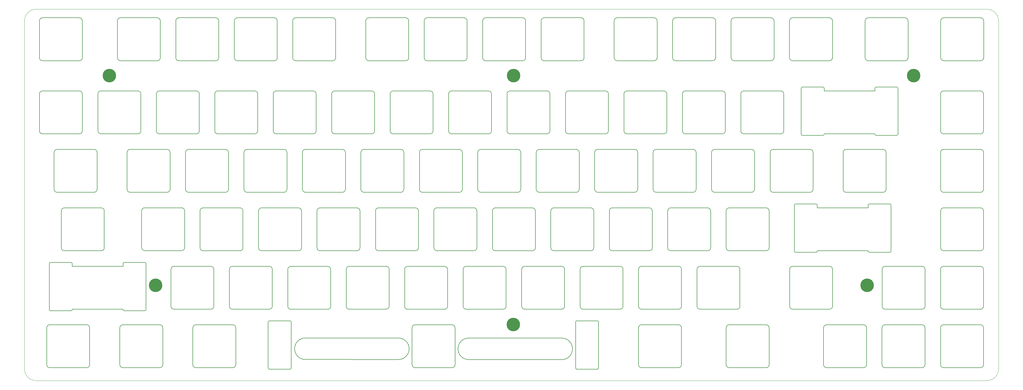
<source format=gbr>
%TF.GenerationSoftware,KiCad,Pcbnew,(5.1.10)-1*%
%TF.CreationDate,2021-06-02T05:44:33-04:00*%
%TF.ProjectId,pi75-plate,70693735-2d70-46c6-9174-652e6b696361,rev?*%
%TF.SameCoordinates,Original*%
%TF.FileFunction,Copper,L2,Bot*%
%TF.FilePolarity,Positive*%
%FSLAX46Y46*%
G04 Gerber Fmt 4.6, Leading zero omitted, Abs format (unit mm)*
G04 Created by KiCad (PCBNEW (5.1.10)-1) date 2021-06-02 05:44:33*
%MOMM*%
%LPD*%
G01*
G04 APERTURE LIST*
%TA.AperFunction,Profile*%
%ADD10C,0.050000*%
%TD*%
%TA.AperFunction,Profile*%
%ADD11C,0.200000*%
%TD*%
%TA.AperFunction,ComponentPad*%
%ADD12C,4.400000*%
%TD*%
G04 APERTURE END LIST*
D10*
X301625000Y-43218100D02*
X301625000Y-156629100D01*
X297815000Y-39408100D02*
X-12052300Y-39408100D01*
X-12052300Y-160439100D02*
G75*
G02*
X-15862300Y-156629100I0J3810000D01*
G01*
X297815000Y-39408100D02*
G75*
G02*
X301625000Y-43218100I0J-3810000D01*
G01*
X301625000Y-156629100D02*
G75*
G02*
X297815000Y-160439100I-3810000J0D01*
G01*
X-15862300Y-43218100D02*
G75*
G02*
X-12052300Y-39408100I3810000J0D01*
G01*
X-15862300Y-43218100D02*
X-15862300Y-156629100D01*
X297815000Y-160439100D02*
X-12052300Y-160439100D01*
D11*
X5405400Y-155227301D02*
G75*
G02*
X4405400Y-156227301I-1000000J0D01*
G01*
X-8594600Y-143227300D02*
G75*
G02*
X-7594600Y-142227300I1000000J0D01*
G01*
X-7594600Y-156227301D02*
G75*
G02*
X-8594600Y-155227301I0J1000000D01*
G01*
X-7594600Y-142227301D02*
X4405400Y-142227301D01*
X-8594600Y-143227300D02*
X-8594600Y-155227301D01*
X-7594600Y-156227300D02*
X4405400Y-156227300D01*
X4405400Y-142227300D02*
G75*
G02*
X5405400Y-143227300I0J-1000000D01*
G01*
X5405400Y-143227300D02*
X5405400Y-155227301D01*
X29230600Y-155227301D02*
G75*
G02*
X28230600Y-156227301I-1000000J0D01*
G01*
X15230600Y-143227300D02*
G75*
G02*
X16230600Y-142227300I1000000J0D01*
G01*
X16230600Y-156227301D02*
G75*
G02*
X15230600Y-155227301I0J1000000D01*
G01*
X16230600Y-142227301D02*
X28230600Y-142227301D01*
X15230600Y-143227300D02*
X15230600Y-155227301D01*
X16230600Y-156227300D02*
X28230600Y-156227300D01*
X28230600Y-142227300D02*
G75*
G02*
X29230600Y-143227300I0J-1000000D01*
G01*
X29230600Y-143227300D02*
X29230600Y-155227301D01*
X53030400Y-155227301D02*
G75*
G02*
X52030400Y-156227301I-1000000J0D01*
G01*
X39030400Y-143227300D02*
G75*
G02*
X40030400Y-142227300I1000000J0D01*
G01*
X40030400Y-156227301D02*
G75*
G02*
X39030400Y-155227301I0J1000000D01*
G01*
X40030400Y-142227301D02*
X52030400Y-142227301D01*
X39030400Y-143227300D02*
X39030400Y-155227301D01*
X40030400Y-156227300D02*
X52030400Y-156227300D01*
X52030400Y-142227300D02*
G75*
G02*
X53030400Y-143227300I0J-1000000D01*
G01*
X53030400Y-143227300D02*
X53030400Y-155227301D01*
X124480600Y-155227301D02*
G75*
G02*
X123480600Y-156227301I-1000000J0D01*
G01*
X110480600Y-143227300D02*
G75*
G02*
X111480600Y-142227300I1000000J0D01*
G01*
X111480600Y-156227301D02*
G75*
G02*
X110480600Y-155227301I0J1000000D01*
G01*
X111480600Y-142227301D02*
X123480600Y-142227301D01*
X110480600Y-143227300D02*
X110480600Y-155227301D01*
X111480600Y-156227300D02*
X123480600Y-156227300D01*
X123480600Y-142227300D02*
G75*
G02*
X124480600Y-143227300I0J-1000000D01*
G01*
X124480600Y-143227300D02*
X124480600Y-155227301D01*
X198267600Y-155227301D02*
G75*
G02*
X197267600Y-156227301I-1000000J0D01*
G01*
X184267600Y-143227300D02*
G75*
G02*
X185267600Y-142227300I1000000J0D01*
G01*
X185267600Y-156227301D02*
G75*
G02*
X184267600Y-155227301I0J1000000D01*
G01*
X185267600Y-142227301D02*
X197267600Y-142227301D01*
X184267600Y-143227300D02*
X184267600Y-155227301D01*
X185267600Y-156227300D02*
X197267600Y-156227300D01*
X197267600Y-142227300D02*
G75*
G02*
X198267600Y-143227300I0J-1000000D01*
G01*
X198267600Y-143227300D02*
X198267600Y-155227301D01*
X226842600Y-155227301D02*
G75*
G02*
X225842600Y-156227301I-1000000J0D01*
G01*
X212842600Y-143227300D02*
G75*
G02*
X213842600Y-142227300I1000000J0D01*
G01*
X213842600Y-156227301D02*
G75*
G02*
X212842600Y-155227301I0J1000000D01*
G01*
X213842600Y-142227301D02*
X225842600Y-142227301D01*
X212842600Y-143227300D02*
X212842600Y-155227301D01*
X213842600Y-156227300D02*
X225842600Y-156227300D01*
X225842600Y-142227300D02*
G75*
G02*
X226842600Y-143227300I0J-1000000D01*
G01*
X226842600Y-143227300D02*
X226842600Y-155227301D01*
X258592600Y-155227301D02*
G75*
G02*
X257592600Y-156227301I-1000000J0D01*
G01*
X244592600Y-143227300D02*
G75*
G02*
X245592600Y-142227300I1000000J0D01*
G01*
X245592600Y-156227301D02*
G75*
G02*
X244592600Y-155227301I0J1000000D01*
G01*
X245592600Y-142227301D02*
X257592600Y-142227301D01*
X244592600Y-143227300D02*
X244592600Y-155227301D01*
X245592600Y-156227300D02*
X257592600Y-156227300D01*
X257592600Y-142227300D02*
G75*
G02*
X258592600Y-143227300I0J-1000000D01*
G01*
X258592600Y-143227300D02*
X258592600Y-155227301D01*
X277642600Y-155227301D02*
G75*
G02*
X276642600Y-156227301I-1000000J0D01*
G01*
X263642600Y-143227300D02*
G75*
G02*
X264642600Y-142227300I1000000J0D01*
G01*
X264642600Y-156227301D02*
G75*
G02*
X263642600Y-155227301I0J1000000D01*
G01*
X264642600Y-142227301D02*
X276642600Y-142227301D01*
X263642600Y-143227300D02*
X263642600Y-155227301D01*
X264642600Y-156227300D02*
X276642600Y-156227300D01*
X276642600Y-142227300D02*
G75*
G02*
X277642600Y-143227300I0J-1000000D01*
G01*
X277642600Y-143227300D02*
X277642600Y-155227301D01*
X296718000Y-155227301D02*
G75*
G02*
X295718000Y-156227301I-1000000J0D01*
G01*
X282718000Y-143227300D02*
G75*
G02*
X283718000Y-142227300I1000000J0D01*
G01*
X283718000Y-156227301D02*
G75*
G02*
X282718000Y-155227301I0J1000000D01*
G01*
X283718000Y-142227301D02*
X295718000Y-142227301D01*
X282718000Y-143227300D02*
X282718000Y-155227301D01*
X283718000Y-156227300D02*
X295718000Y-156227300D01*
X295718000Y-142227300D02*
G75*
G02*
X296718000Y-143227300I0J-1000000D01*
G01*
X296718000Y-143227300D02*
X296718000Y-155227301D01*
X296718000Y-136177301D02*
G75*
G02*
X295718000Y-137177301I-1000000J0D01*
G01*
X282718000Y-124177300D02*
G75*
G02*
X283718000Y-123177300I1000000J0D01*
G01*
X283718000Y-137177301D02*
G75*
G02*
X282718000Y-136177301I0J1000000D01*
G01*
X283718000Y-123177301D02*
X295718000Y-123177301D01*
X282718000Y-124177300D02*
X282718000Y-136177301D01*
X283718000Y-137177300D02*
X295718000Y-137177300D01*
X295718000Y-123177300D02*
G75*
G02*
X296718000Y-124177300I0J-1000000D01*
G01*
X296718000Y-124177300D02*
X296718000Y-136177301D01*
X277668000Y-136177301D02*
G75*
G02*
X276668000Y-137177301I-1000000J0D01*
G01*
X263668000Y-124177300D02*
G75*
G02*
X264668000Y-123177300I1000000J0D01*
G01*
X264668000Y-137177301D02*
G75*
G02*
X263668000Y-136177301I0J1000000D01*
G01*
X264668000Y-123177301D02*
X276668000Y-123177301D01*
X263668000Y-124177300D02*
X263668000Y-136177301D01*
X264668000Y-137177300D02*
X276668000Y-137177300D01*
X276668000Y-123177300D02*
G75*
G02*
X277668000Y-124177300I0J-1000000D01*
G01*
X277668000Y-124177300D02*
X277668000Y-136177301D01*
X247518200Y-136177301D02*
G75*
G02*
X246518200Y-137177301I-1000000J0D01*
G01*
X233518200Y-124177300D02*
G75*
G02*
X234518200Y-123177300I1000000J0D01*
G01*
X234518200Y-137177301D02*
G75*
G02*
X233518200Y-136177301I0J1000000D01*
G01*
X234518200Y-123177301D02*
X246518200Y-123177301D01*
X233518200Y-124177300D02*
X233518200Y-136177301D01*
X234518200Y-137177300D02*
X246518200Y-137177300D01*
X246518200Y-123177300D02*
G75*
G02*
X247518200Y-124177300I0J-1000000D01*
G01*
X247518200Y-124177300D02*
X247518200Y-136177301D01*
X217343000Y-136177301D02*
G75*
G02*
X216343000Y-137177301I-1000000J0D01*
G01*
X203343000Y-124177300D02*
G75*
G02*
X204343000Y-123177300I1000000J0D01*
G01*
X204343000Y-137177301D02*
G75*
G02*
X203343000Y-136177301I0J1000000D01*
G01*
X204343000Y-123177301D02*
X216343000Y-123177301D01*
X203343000Y-124177300D02*
X203343000Y-136177301D01*
X204343000Y-137177300D02*
X216343000Y-137177300D01*
X216343000Y-123177300D02*
G75*
G02*
X217343000Y-124177300I0J-1000000D01*
G01*
X217343000Y-124177300D02*
X217343000Y-136177301D01*
X198293000Y-136177301D02*
G75*
G02*
X197293000Y-137177301I-1000000J0D01*
G01*
X184293000Y-124177300D02*
G75*
G02*
X185293000Y-123177300I1000000J0D01*
G01*
X185293000Y-137177301D02*
G75*
G02*
X184293000Y-136177301I0J1000000D01*
G01*
X185293000Y-123177301D02*
X197293000Y-123177301D01*
X184293000Y-124177300D02*
X184293000Y-136177301D01*
X185293000Y-137177300D02*
X197293000Y-137177300D01*
X197293000Y-123177300D02*
G75*
G02*
X198293000Y-124177300I0J-1000000D01*
G01*
X198293000Y-124177300D02*
X198293000Y-136177301D01*
X179243000Y-136177301D02*
G75*
G02*
X178243000Y-137177301I-1000000J0D01*
G01*
X165243000Y-124177300D02*
G75*
G02*
X166243000Y-123177300I1000000J0D01*
G01*
X166243000Y-137177301D02*
G75*
G02*
X165243000Y-136177301I0J1000000D01*
G01*
X166243000Y-123177301D02*
X178243000Y-123177301D01*
X165243000Y-124177300D02*
X165243000Y-136177301D01*
X166243000Y-137177300D02*
X178243000Y-137177300D01*
X178243000Y-123177300D02*
G75*
G02*
X179243000Y-124177300I0J-1000000D01*
G01*
X179243000Y-124177300D02*
X179243000Y-136177301D01*
X160193000Y-136177301D02*
G75*
G02*
X159193000Y-137177301I-1000000J0D01*
G01*
X146193000Y-124177300D02*
G75*
G02*
X147193000Y-123177300I1000000J0D01*
G01*
X147193000Y-137177301D02*
G75*
G02*
X146193000Y-136177301I0J1000000D01*
G01*
X147193000Y-123177301D02*
X159193000Y-123177301D01*
X146193000Y-124177300D02*
X146193000Y-136177301D01*
X147193000Y-137177300D02*
X159193000Y-137177300D01*
X159193000Y-123177300D02*
G75*
G02*
X160193000Y-124177300I0J-1000000D01*
G01*
X160193000Y-124177300D02*
X160193000Y-136177301D01*
X141117600Y-136177301D02*
G75*
G02*
X140117600Y-137177301I-1000000J0D01*
G01*
X127117600Y-124177300D02*
G75*
G02*
X128117600Y-123177300I1000000J0D01*
G01*
X128117600Y-137177301D02*
G75*
G02*
X127117600Y-136177301I0J1000000D01*
G01*
X128117600Y-123177301D02*
X140117600Y-123177301D01*
X127117600Y-124177300D02*
X127117600Y-136177301D01*
X128117600Y-137177300D02*
X140117600Y-137177300D01*
X140117600Y-123177300D02*
G75*
G02*
X141117600Y-124177300I0J-1000000D01*
G01*
X141117600Y-124177300D02*
X141117600Y-136177301D01*
X103017600Y-136177301D02*
G75*
G02*
X102017600Y-137177301I-1000000J0D01*
G01*
X89017600Y-124177300D02*
G75*
G02*
X90017600Y-123177300I1000000J0D01*
G01*
X90017600Y-137177301D02*
G75*
G02*
X89017600Y-136177301I0J1000000D01*
G01*
X90017600Y-123177301D02*
X102017600Y-123177301D01*
X89017600Y-124177300D02*
X89017600Y-136177301D01*
X90017600Y-137177300D02*
X102017600Y-137177300D01*
X102017600Y-123177300D02*
G75*
G02*
X103017600Y-124177300I0J-1000000D01*
G01*
X103017600Y-124177300D02*
X103017600Y-136177301D01*
X83967600Y-136202701D02*
G75*
G02*
X82967600Y-137202701I-1000000J0D01*
G01*
X69967600Y-124202700D02*
G75*
G02*
X70967600Y-123202700I1000000J0D01*
G01*
X70967600Y-137202701D02*
G75*
G02*
X69967600Y-136202701I0J1000000D01*
G01*
X70967600Y-123202701D02*
X82967600Y-123202701D01*
X69967600Y-124202700D02*
X69967600Y-136202701D01*
X70967600Y-137202700D02*
X82967600Y-137202700D01*
X82967600Y-123202700D02*
G75*
G02*
X83967600Y-124202700I0J-1000000D01*
G01*
X83967600Y-124202700D02*
X83967600Y-136202701D01*
X64917600Y-136177301D02*
G75*
G02*
X63917600Y-137177301I-1000000J0D01*
G01*
X50917600Y-124177300D02*
G75*
G02*
X51917600Y-123177300I1000000J0D01*
G01*
X51917600Y-137177301D02*
G75*
G02*
X50917600Y-136177301I0J1000000D01*
G01*
X51917600Y-123177301D02*
X63917600Y-123177301D01*
X50917600Y-124177300D02*
X50917600Y-136177301D01*
X51917600Y-137177300D02*
X63917600Y-137177300D01*
X63917600Y-123177300D02*
G75*
G02*
X64917600Y-124177300I0J-1000000D01*
G01*
X64917600Y-124177300D02*
X64917600Y-136177301D01*
X45893000Y-136177301D02*
G75*
G02*
X44893000Y-137177301I-1000000J0D01*
G01*
X31893000Y-124177300D02*
G75*
G02*
X32893000Y-123177300I1000000J0D01*
G01*
X32893000Y-137177301D02*
G75*
G02*
X31893000Y-136177301I0J1000000D01*
G01*
X32893000Y-123177301D02*
X44893000Y-123177301D01*
X31893000Y-124177300D02*
X31893000Y-136177301D01*
X32893000Y-137177300D02*
X44893000Y-137177300D01*
X44893000Y-123177300D02*
G75*
G02*
X45893000Y-124177300I0J-1000000D01*
G01*
X45893000Y-124177300D02*
X45893000Y-136177301D01*
X10155200Y-117127301D02*
G75*
G02*
X9155200Y-118127301I-1000000J0D01*
G01*
X-3844800Y-105127300D02*
G75*
G02*
X-2844800Y-104127300I1000000J0D01*
G01*
X-2844800Y-118127301D02*
G75*
G02*
X-3844800Y-117127301I0J1000000D01*
G01*
X-2844800Y-104127301D02*
X9155200Y-104127301D01*
X-3844800Y-105127300D02*
X-3844800Y-117127301D01*
X-2844800Y-118127300D02*
X9155200Y-118127300D01*
X9155200Y-104127300D02*
G75*
G02*
X10155200Y-105127300I0J-1000000D01*
G01*
X10155200Y-105127300D02*
X10155200Y-117127301D01*
X36342600Y-117101901D02*
G75*
G02*
X35342600Y-118101901I-1000000J0D01*
G01*
X22342600Y-105101900D02*
G75*
G02*
X23342600Y-104101900I1000000J0D01*
G01*
X23342600Y-118101901D02*
G75*
G02*
X22342600Y-117101901I0J1000000D01*
G01*
X23342600Y-104101901D02*
X35342600Y-104101901D01*
X22342600Y-105101900D02*
X22342600Y-117101901D01*
X23342600Y-118101900D02*
X35342600Y-118101900D01*
X35342600Y-104101900D02*
G75*
G02*
X36342600Y-105101900I0J-1000000D01*
G01*
X36342600Y-105101900D02*
X36342600Y-117101901D01*
X55367200Y-117127301D02*
G75*
G02*
X54367200Y-118127301I-1000000J0D01*
G01*
X41367200Y-105127300D02*
G75*
G02*
X42367200Y-104127300I1000000J0D01*
G01*
X42367200Y-118127301D02*
G75*
G02*
X41367200Y-117127301I0J1000000D01*
G01*
X42367200Y-104127301D02*
X54367200Y-104127301D01*
X41367200Y-105127300D02*
X41367200Y-117127301D01*
X42367200Y-118127300D02*
X54367200Y-118127300D01*
X54367200Y-104127300D02*
G75*
G02*
X55367200Y-105127300I0J-1000000D01*
G01*
X55367200Y-105127300D02*
X55367200Y-117127301D01*
X74442600Y-117127301D02*
G75*
G02*
X73442600Y-118127301I-1000000J0D01*
G01*
X60442600Y-105127300D02*
G75*
G02*
X61442600Y-104127300I1000000J0D01*
G01*
X61442600Y-118127301D02*
G75*
G02*
X60442600Y-117127301I0J1000000D01*
G01*
X61442600Y-104127301D02*
X73442600Y-104127301D01*
X60442600Y-105127300D02*
X60442600Y-117127301D01*
X61442600Y-118127300D02*
X73442600Y-118127300D01*
X73442600Y-104127300D02*
G75*
G02*
X74442600Y-105127300I0J-1000000D01*
G01*
X74442600Y-105127300D02*
X74442600Y-117127301D01*
X93492600Y-117127301D02*
G75*
G02*
X92492600Y-118127301I-1000000J0D01*
G01*
X79492600Y-105127300D02*
G75*
G02*
X80492600Y-104127300I1000000J0D01*
G01*
X80492600Y-118127301D02*
G75*
G02*
X79492600Y-117127301I0J1000000D01*
G01*
X80492600Y-104127301D02*
X92492600Y-104127301D01*
X79492600Y-105127300D02*
X79492600Y-117127301D01*
X80492600Y-118127300D02*
X92492600Y-118127300D01*
X92492600Y-104127300D02*
G75*
G02*
X93492600Y-105127300I0J-1000000D01*
G01*
X93492600Y-105127300D02*
X93492600Y-117127301D01*
X112568000Y-117127301D02*
G75*
G02*
X111568000Y-118127301I-1000000J0D01*
G01*
X98568000Y-105127300D02*
G75*
G02*
X99568000Y-104127300I1000000J0D01*
G01*
X99568000Y-118127301D02*
G75*
G02*
X98568000Y-117127301I0J1000000D01*
G01*
X99568000Y-104127301D02*
X111568000Y-104127301D01*
X98568000Y-105127300D02*
X98568000Y-117127301D01*
X99568000Y-118127300D02*
X111568000Y-118127300D01*
X111568000Y-104127300D02*
G75*
G02*
X112568000Y-105127300I0J-1000000D01*
G01*
X112568000Y-105127300D02*
X112568000Y-117127301D01*
X131592600Y-117101901D02*
G75*
G02*
X130592600Y-118101901I-1000000J0D01*
G01*
X117592600Y-105101900D02*
G75*
G02*
X118592600Y-104101900I1000000J0D01*
G01*
X118592600Y-118101901D02*
G75*
G02*
X117592600Y-117101901I0J1000000D01*
G01*
X118592600Y-104101901D02*
X130592600Y-104101901D01*
X117592600Y-105101900D02*
X117592600Y-117101901D01*
X118592600Y-118101900D02*
X130592600Y-118101900D01*
X130592600Y-104101900D02*
G75*
G02*
X131592600Y-105101900I0J-1000000D01*
G01*
X131592600Y-105101900D02*
X131592600Y-117101901D01*
X150668000Y-117127301D02*
G75*
G02*
X149668000Y-118127301I-1000000J0D01*
G01*
X136668000Y-105127300D02*
G75*
G02*
X137668000Y-104127300I1000000J0D01*
G01*
X137668000Y-118127301D02*
G75*
G02*
X136668000Y-117127301I0J1000000D01*
G01*
X137668000Y-104127301D02*
X149668000Y-104127301D01*
X136668000Y-105127300D02*
X136668000Y-117127301D01*
X137668000Y-118127300D02*
X149668000Y-118127300D01*
X149668000Y-104127300D02*
G75*
G02*
X150668000Y-105127300I0J-1000000D01*
G01*
X150668000Y-105127300D02*
X150668000Y-117127301D01*
X169692600Y-117127301D02*
G75*
G02*
X168692600Y-118127301I-1000000J0D01*
G01*
X155692600Y-105127300D02*
G75*
G02*
X156692600Y-104127300I1000000J0D01*
G01*
X156692600Y-118127301D02*
G75*
G02*
X155692600Y-117127301I0J1000000D01*
G01*
X156692600Y-104127301D02*
X168692600Y-104127301D01*
X155692600Y-105127300D02*
X155692600Y-117127301D01*
X156692600Y-118127300D02*
X168692600Y-118127300D01*
X168692600Y-104127300D02*
G75*
G02*
X169692600Y-105127300I0J-1000000D01*
G01*
X169692600Y-105127300D02*
X169692600Y-117127301D01*
X188768000Y-117127301D02*
G75*
G02*
X187768000Y-118127301I-1000000J0D01*
G01*
X174768000Y-105127300D02*
G75*
G02*
X175768000Y-104127300I1000000J0D01*
G01*
X175768000Y-118127301D02*
G75*
G02*
X174768000Y-117127301I0J1000000D01*
G01*
X175768000Y-104127301D02*
X187768000Y-104127301D01*
X174768000Y-105127300D02*
X174768000Y-117127301D01*
X175768000Y-118127300D02*
X187768000Y-118127300D01*
X187768000Y-104127300D02*
G75*
G02*
X188768000Y-105127300I0J-1000000D01*
G01*
X188768000Y-105127300D02*
X188768000Y-117127301D01*
X207792600Y-117127301D02*
G75*
G02*
X206792600Y-118127301I-1000000J0D01*
G01*
X193792600Y-105127300D02*
G75*
G02*
X194792600Y-104127300I1000000J0D01*
G01*
X194792600Y-118127301D02*
G75*
G02*
X193792600Y-117127301I0J1000000D01*
G01*
X194792600Y-104127301D02*
X206792600Y-104127301D01*
X193792600Y-105127300D02*
X193792600Y-117127301D01*
X194792600Y-118127300D02*
X206792600Y-118127300D01*
X206792600Y-104127300D02*
G75*
G02*
X207792600Y-105127300I0J-1000000D01*
G01*
X207792600Y-105127300D02*
X207792600Y-117127301D01*
X226842600Y-117127301D02*
G75*
G02*
X225842600Y-118127301I-1000000J0D01*
G01*
X212842600Y-105127300D02*
G75*
G02*
X213842600Y-104127300I1000000J0D01*
G01*
X213842600Y-118127301D02*
G75*
G02*
X212842600Y-117127301I0J1000000D01*
G01*
X213842600Y-104127301D02*
X225842600Y-104127301D01*
X212842600Y-105127300D02*
X212842600Y-117127301D01*
X213842600Y-118127300D02*
X225842600Y-118127300D01*
X225842600Y-104127300D02*
G75*
G02*
X226842600Y-105127300I0J-1000000D01*
G01*
X226842600Y-105127300D02*
X226842600Y-117127301D01*
X296743400Y-117127301D02*
G75*
G02*
X295743400Y-118127301I-1000000J0D01*
G01*
X282743400Y-105127300D02*
G75*
G02*
X283743400Y-104127300I1000000J0D01*
G01*
X283743400Y-118127301D02*
G75*
G02*
X282743400Y-117127301I0J1000000D01*
G01*
X283743400Y-104127301D02*
X295743400Y-104127301D01*
X282743400Y-105127300D02*
X282743400Y-117127301D01*
X283743400Y-118127300D02*
X295743400Y-118127300D01*
X295743400Y-104127300D02*
G75*
G02*
X296743400Y-105127300I0J-1000000D01*
G01*
X296743400Y-105127300D02*
X296743400Y-117127301D01*
X296718000Y-98077301D02*
G75*
G02*
X295718000Y-99077301I-1000000J0D01*
G01*
X282718000Y-86077300D02*
G75*
G02*
X283718000Y-85077300I1000000J0D01*
G01*
X283718000Y-99077301D02*
G75*
G02*
X282718000Y-98077301I0J1000000D01*
G01*
X283718000Y-85077301D02*
X295718000Y-85077301D01*
X282718000Y-86077300D02*
X282718000Y-98077301D01*
X283718000Y-99077300D02*
X295718000Y-99077300D01*
X295718000Y-85077300D02*
G75*
G02*
X296718000Y-86077300I0J-1000000D01*
G01*
X296718000Y-86077300D02*
X296718000Y-98077301D01*
X264968000Y-98077301D02*
G75*
G02*
X263968000Y-99077301I-1000000J0D01*
G01*
X250968000Y-86077300D02*
G75*
G02*
X251968000Y-85077300I1000000J0D01*
G01*
X251968000Y-99077301D02*
G75*
G02*
X250968000Y-98077301I0J1000000D01*
G01*
X251968000Y-85077301D02*
X263968000Y-85077301D01*
X250968000Y-86077300D02*
X250968000Y-98077301D01*
X251968000Y-99077300D02*
X263968000Y-99077300D01*
X263968000Y-85077300D02*
G75*
G02*
X264968000Y-86077300I0J-1000000D01*
G01*
X264968000Y-86077300D02*
X264968000Y-98077301D01*
X241168200Y-98077301D02*
G75*
G02*
X240168200Y-99077301I-1000000J0D01*
G01*
X227168200Y-86077300D02*
G75*
G02*
X228168200Y-85077300I1000000J0D01*
G01*
X228168200Y-99077301D02*
G75*
G02*
X227168200Y-98077301I0J1000000D01*
G01*
X228168200Y-85077301D02*
X240168200Y-85077301D01*
X227168200Y-86077300D02*
X227168200Y-98077301D01*
X228168200Y-99077300D02*
X240168200Y-99077300D01*
X240168200Y-85077300D02*
G75*
G02*
X241168200Y-86077300I0J-1000000D01*
G01*
X241168200Y-86077300D02*
X241168200Y-98077301D01*
X222092800Y-98077301D02*
G75*
G02*
X221092800Y-99077301I-1000000J0D01*
G01*
X208092800Y-86077300D02*
G75*
G02*
X209092800Y-85077300I1000000J0D01*
G01*
X209092800Y-99077301D02*
G75*
G02*
X208092800Y-98077301I0J1000000D01*
G01*
X209092800Y-85077301D02*
X221092800Y-85077301D01*
X208092800Y-86077300D02*
X208092800Y-98077301D01*
X209092800Y-99077300D02*
X221092800Y-99077300D01*
X221092800Y-85077300D02*
G75*
G02*
X222092800Y-86077300I0J-1000000D01*
G01*
X222092800Y-86077300D02*
X222092800Y-98077301D01*
X203042800Y-98077301D02*
G75*
G02*
X202042800Y-99077301I-1000000J0D01*
G01*
X189042800Y-86077300D02*
G75*
G02*
X190042800Y-85077300I1000000J0D01*
G01*
X190042800Y-99077301D02*
G75*
G02*
X189042800Y-98077301I0J1000000D01*
G01*
X190042800Y-85077301D02*
X202042800Y-85077301D01*
X189042800Y-86077300D02*
X189042800Y-98077301D01*
X190042800Y-99077300D02*
X202042800Y-99077300D01*
X202042800Y-85077300D02*
G75*
G02*
X203042800Y-86077300I0J-1000000D01*
G01*
X203042800Y-86077300D02*
X203042800Y-98077301D01*
X183992800Y-98077301D02*
G75*
G02*
X182992800Y-99077301I-1000000J0D01*
G01*
X169992800Y-86077300D02*
G75*
G02*
X170992800Y-85077300I1000000J0D01*
G01*
X170992800Y-99077301D02*
G75*
G02*
X169992800Y-98077301I0J1000000D01*
G01*
X170992800Y-85077301D02*
X182992800Y-85077301D01*
X169992800Y-86077300D02*
X169992800Y-98077301D01*
X170992800Y-99077300D02*
X182992800Y-99077300D01*
X182992800Y-85077300D02*
G75*
G02*
X183992800Y-86077300I0J-1000000D01*
G01*
X183992800Y-86077300D02*
X183992800Y-98077301D01*
X164942800Y-98077301D02*
G75*
G02*
X163942800Y-99077301I-1000000J0D01*
G01*
X150942800Y-86077300D02*
G75*
G02*
X151942800Y-85077300I1000000J0D01*
G01*
X151942800Y-99077301D02*
G75*
G02*
X150942800Y-98077301I0J1000000D01*
G01*
X151942800Y-85077301D02*
X163942800Y-85077301D01*
X150942800Y-86077300D02*
X150942800Y-98077301D01*
X151942800Y-99077300D02*
X163942800Y-99077300D01*
X163942800Y-85077300D02*
G75*
G02*
X164942800Y-86077300I0J-1000000D01*
G01*
X164942800Y-86077300D02*
X164942800Y-98077301D01*
X145892800Y-98077301D02*
G75*
G02*
X144892800Y-99077301I-1000000J0D01*
G01*
X131892800Y-86077300D02*
G75*
G02*
X132892800Y-85077300I1000000J0D01*
G01*
X132892800Y-99077301D02*
G75*
G02*
X131892800Y-98077301I0J1000000D01*
G01*
X132892800Y-85077301D02*
X144892800Y-85077301D01*
X131892800Y-86077300D02*
X131892800Y-98077301D01*
X132892800Y-99077300D02*
X144892800Y-99077300D01*
X144892800Y-85077300D02*
G75*
G02*
X145892800Y-86077300I0J-1000000D01*
G01*
X145892800Y-86077300D02*
X145892800Y-98077301D01*
X126868200Y-98077301D02*
G75*
G02*
X125868200Y-99077301I-1000000J0D01*
G01*
X112868200Y-86077300D02*
G75*
G02*
X113868200Y-85077300I1000000J0D01*
G01*
X113868200Y-99077301D02*
G75*
G02*
X112868200Y-98077301I0J1000000D01*
G01*
X113868200Y-85077301D02*
X125868200Y-85077301D01*
X112868200Y-86077300D02*
X112868200Y-98077301D01*
X113868200Y-99077300D02*
X125868200Y-99077300D01*
X125868200Y-85077300D02*
G75*
G02*
X126868200Y-86077300I0J-1000000D01*
G01*
X126868200Y-86077300D02*
X126868200Y-98077301D01*
X107792800Y-98077301D02*
G75*
G02*
X106792800Y-99077301I-1000000J0D01*
G01*
X93792800Y-86077300D02*
G75*
G02*
X94792800Y-85077300I1000000J0D01*
G01*
X94792800Y-99077301D02*
G75*
G02*
X93792800Y-98077301I0J1000000D01*
G01*
X94792800Y-85077301D02*
X106792800Y-85077301D01*
X93792800Y-86077300D02*
X93792800Y-98077301D01*
X94792800Y-99077300D02*
X106792800Y-99077300D01*
X106792800Y-85077300D02*
G75*
G02*
X107792800Y-86077300I0J-1000000D01*
G01*
X107792800Y-86077300D02*
X107792800Y-98077301D01*
X88742800Y-98077301D02*
G75*
G02*
X87742800Y-99077301I-1000000J0D01*
G01*
X74742800Y-86077300D02*
G75*
G02*
X75742800Y-85077300I1000000J0D01*
G01*
X75742800Y-99077301D02*
G75*
G02*
X74742800Y-98077301I0J1000000D01*
G01*
X75742800Y-85077301D02*
X87742800Y-85077301D01*
X74742800Y-86077300D02*
X74742800Y-98077301D01*
X75742800Y-99077300D02*
X87742800Y-99077300D01*
X87742800Y-85077300D02*
G75*
G02*
X88742800Y-86077300I0J-1000000D01*
G01*
X88742800Y-86077300D02*
X88742800Y-98077301D01*
X69692800Y-98077301D02*
G75*
G02*
X68692800Y-99077301I-1000000J0D01*
G01*
X55692800Y-86077300D02*
G75*
G02*
X56692800Y-85077300I1000000J0D01*
G01*
X56692800Y-99077301D02*
G75*
G02*
X55692800Y-98077301I0J1000000D01*
G01*
X56692800Y-85077301D02*
X68692800Y-85077301D01*
X55692800Y-86077300D02*
X55692800Y-98077301D01*
X56692800Y-99077300D02*
X68692800Y-99077300D01*
X68692800Y-85077300D02*
G75*
G02*
X69692800Y-86077300I0J-1000000D01*
G01*
X69692800Y-86077300D02*
X69692800Y-98077301D01*
X50642800Y-98077301D02*
G75*
G02*
X49642800Y-99077301I-1000000J0D01*
G01*
X36642800Y-86077300D02*
G75*
G02*
X37642800Y-85077300I1000000J0D01*
G01*
X37642800Y-99077301D02*
G75*
G02*
X36642800Y-98077301I0J1000000D01*
G01*
X37642800Y-85077301D02*
X49642800Y-85077301D01*
X36642800Y-86077300D02*
X36642800Y-98077301D01*
X37642800Y-99077300D02*
X49642800Y-99077300D01*
X49642800Y-85077300D02*
G75*
G02*
X50642800Y-86077300I0J-1000000D01*
G01*
X50642800Y-86077300D02*
X50642800Y-98077301D01*
X31592800Y-98077301D02*
G75*
G02*
X30592800Y-99077301I-1000000J0D01*
G01*
X17592800Y-86077300D02*
G75*
G02*
X18592800Y-85077300I1000000J0D01*
G01*
X18592800Y-99077301D02*
G75*
G02*
X17592800Y-98077301I0J1000000D01*
G01*
X18592800Y-85077301D02*
X30592800Y-85077301D01*
X17592800Y-86077300D02*
X17592800Y-98077301D01*
X18592800Y-99077300D02*
X30592800Y-99077300D01*
X30592800Y-85077300D02*
G75*
G02*
X31592800Y-86077300I0J-1000000D01*
G01*
X31592800Y-86077300D02*
X31592800Y-98077301D01*
X7818400Y-98077301D02*
G75*
G02*
X6818400Y-99077301I-1000000J0D01*
G01*
X-6181600Y-86077300D02*
G75*
G02*
X-5181600Y-85077300I1000000J0D01*
G01*
X-5181600Y-99077301D02*
G75*
G02*
X-6181600Y-98077301I0J1000000D01*
G01*
X-5181600Y-85077301D02*
X6818400Y-85077301D01*
X-6181600Y-86077300D02*
X-6181600Y-98077301D01*
X-5181600Y-99077300D02*
X6818400Y-99077300D01*
X6818400Y-85077300D02*
G75*
G02*
X7818400Y-86077300I0J-1000000D01*
G01*
X7818400Y-86077300D02*
X7818400Y-98077301D01*
X3017800Y-79027301D02*
G75*
G02*
X2017800Y-80027301I-1000000J0D01*
G01*
X-10982200Y-67027300D02*
G75*
G02*
X-9982200Y-66027300I1000000J0D01*
G01*
X-9982200Y-80027301D02*
G75*
G02*
X-10982200Y-79027301I0J1000000D01*
G01*
X-9982200Y-66027301D02*
X2017800Y-66027301D01*
X-10982200Y-67027300D02*
X-10982200Y-79027301D01*
X-9982200Y-80027300D02*
X2017800Y-80027300D01*
X2017800Y-66027300D02*
G75*
G02*
X3017800Y-67027300I0J-1000000D01*
G01*
X3017800Y-67027300D02*
X3017800Y-79027301D01*
X22093200Y-79027301D02*
G75*
G02*
X21093200Y-80027301I-1000000J0D01*
G01*
X8093200Y-67027300D02*
G75*
G02*
X9093200Y-66027300I1000000J0D01*
G01*
X9093200Y-80027301D02*
G75*
G02*
X8093200Y-79027301I0J1000000D01*
G01*
X9093200Y-66027301D02*
X21093200Y-66027301D01*
X8093200Y-67027300D02*
X8093200Y-79027301D01*
X9093200Y-80027300D02*
X21093200Y-80027300D01*
X21093200Y-66027300D02*
G75*
G02*
X22093200Y-67027300I0J-1000000D01*
G01*
X22093200Y-67027300D02*
X22093200Y-79027301D01*
X41143200Y-79027301D02*
G75*
G02*
X40143200Y-80027301I-1000000J0D01*
G01*
X27143200Y-67027300D02*
G75*
G02*
X28143200Y-66027300I1000000J0D01*
G01*
X28143200Y-80027301D02*
G75*
G02*
X27143200Y-79027301I0J1000000D01*
G01*
X28143200Y-66027301D02*
X40143200Y-66027301D01*
X27143200Y-67027300D02*
X27143200Y-79027301D01*
X28143200Y-80027300D02*
X40143200Y-80027300D01*
X40143200Y-66027300D02*
G75*
G02*
X41143200Y-67027300I0J-1000000D01*
G01*
X41143200Y-67027300D02*
X41143200Y-79027301D01*
X60167800Y-79027301D02*
G75*
G02*
X59167800Y-80027301I-1000000J0D01*
G01*
X46167800Y-67027300D02*
G75*
G02*
X47167800Y-66027300I1000000J0D01*
G01*
X47167800Y-80027301D02*
G75*
G02*
X46167800Y-79027301I0J1000000D01*
G01*
X47167800Y-66027301D02*
X59167800Y-66027301D01*
X46167800Y-67027300D02*
X46167800Y-79027301D01*
X47167800Y-80027300D02*
X59167800Y-80027300D01*
X59167800Y-66027300D02*
G75*
G02*
X60167800Y-67027300I0J-1000000D01*
G01*
X60167800Y-67027300D02*
X60167800Y-79027301D01*
X79217800Y-79027301D02*
G75*
G02*
X78217800Y-80027301I-1000000J0D01*
G01*
X65217800Y-67027300D02*
G75*
G02*
X66217800Y-66027300I1000000J0D01*
G01*
X66217800Y-80027301D02*
G75*
G02*
X65217800Y-79027301I0J1000000D01*
G01*
X66217800Y-66027301D02*
X78217800Y-66027301D01*
X65217800Y-67027300D02*
X65217800Y-79027301D01*
X66217800Y-80027300D02*
X78217800Y-80027300D01*
X78217800Y-66027300D02*
G75*
G02*
X79217800Y-67027300I0J-1000000D01*
G01*
X79217800Y-67027300D02*
X79217800Y-79027301D01*
X98267800Y-79027301D02*
G75*
G02*
X97267800Y-80027301I-1000000J0D01*
G01*
X84267800Y-67027300D02*
G75*
G02*
X85267800Y-66027300I1000000J0D01*
G01*
X85267800Y-80027301D02*
G75*
G02*
X84267800Y-79027301I0J1000000D01*
G01*
X85267800Y-66027301D02*
X97267800Y-66027301D01*
X84267800Y-67027300D02*
X84267800Y-79027301D01*
X85267800Y-80027300D02*
X97267800Y-80027300D01*
X97267800Y-66027300D02*
G75*
G02*
X98267800Y-67027300I0J-1000000D01*
G01*
X98267800Y-67027300D02*
X98267800Y-79027301D01*
X117317800Y-79027301D02*
G75*
G02*
X116317800Y-80027301I-1000000J0D01*
G01*
X103317800Y-67027300D02*
G75*
G02*
X104317800Y-66027300I1000000J0D01*
G01*
X104317800Y-80027301D02*
G75*
G02*
X103317800Y-79027301I0J1000000D01*
G01*
X104317800Y-66027301D02*
X116317800Y-66027301D01*
X103317800Y-67027300D02*
X103317800Y-79027301D01*
X104317800Y-80027300D02*
X116317800Y-80027300D01*
X116317800Y-66027300D02*
G75*
G02*
X117317800Y-67027300I0J-1000000D01*
G01*
X117317800Y-67027300D02*
X117317800Y-79027301D01*
X136367800Y-79027301D02*
G75*
G02*
X135367800Y-80027301I-1000000J0D01*
G01*
X122367800Y-67027300D02*
G75*
G02*
X123367800Y-66027300I1000000J0D01*
G01*
X123367800Y-80027301D02*
G75*
G02*
X122367800Y-79027301I0J1000000D01*
G01*
X123367800Y-66027301D02*
X135367800Y-66027301D01*
X122367800Y-67027300D02*
X122367800Y-79027301D01*
X123367800Y-80027300D02*
X135367800Y-80027300D01*
X135367800Y-66027300D02*
G75*
G02*
X136367800Y-67027300I0J-1000000D01*
G01*
X136367800Y-67027300D02*
X136367800Y-79027301D01*
X155417800Y-79027301D02*
G75*
G02*
X154417800Y-80027301I-1000000J0D01*
G01*
X141417800Y-67027300D02*
G75*
G02*
X142417800Y-66027300I1000000J0D01*
G01*
X142417800Y-80027301D02*
G75*
G02*
X141417800Y-79027301I0J1000000D01*
G01*
X142417800Y-66027301D02*
X154417800Y-66027301D01*
X141417800Y-67027300D02*
X141417800Y-79027301D01*
X142417800Y-80027300D02*
X154417800Y-80027300D01*
X154417800Y-66027300D02*
G75*
G02*
X155417800Y-67027300I0J-1000000D01*
G01*
X155417800Y-67027300D02*
X155417800Y-79027301D01*
X174467800Y-79027301D02*
G75*
G02*
X173467800Y-80027301I-1000000J0D01*
G01*
X160467800Y-67027300D02*
G75*
G02*
X161467800Y-66027300I1000000J0D01*
G01*
X161467800Y-80027301D02*
G75*
G02*
X160467800Y-79027301I0J1000000D01*
G01*
X161467800Y-66027301D02*
X173467800Y-66027301D01*
X160467800Y-67027300D02*
X160467800Y-79027301D01*
X161467800Y-80027300D02*
X173467800Y-80027300D01*
X173467800Y-66027300D02*
G75*
G02*
X174467800Y-67027300I0J-1000000D01*
G01*
X174467800Y-67027300D02*
X174467800Y-79027301D01*
X193517800Y-79027301D02*
G75*
G02*
X192517800Y-80027301I-1000000J0D01*
G01*
X179517800Y-67027300D02*
G75*
G02*
X180517800Y-66027300I1000000J0D01*
G01*
X180517800Y-80027301D02*
G75*
G02*
X179517800Y-79027301I0J1000000D01*
G01*
X180517800Y-66027301D02*
X192517800Y-66027301D01*
X179517800Y-67027300D02*
X179517800Y-79027301D01*
X180517800Y-80027300D02*
X192517800Y-80027300D01*
X192517800Y-66027300D02*
G75*
G02*
X193517800Y-67027300I0J-1000000D01*
G01*
X193517800Y-67027300D02*
X193517800Y-79027301D01*
X212567800Y-79027301D02*
G75*
G02*
X211567800Y-80027301I-1000000J0D01*
G01*
X198567800Y-67027300D02*
G75*
G02*
X199567800Y-66027300I1000000J0D01*
G01*
X199567800Y-80027301D02*
G75*
G02*
X198567800Y-79027301I0J1000000D01*
G01*
X199567800Y-66027301D02*
X211567800Y-66027301D01*
X198567800Y-67027300D02*
X198567800Y-79027301D01*
X199567800Y-80027300D02*
X211567800Y-80027300D01*
X211567800Y-66027300D02*
G75*
G02*
X212567800Y-67027300I0J-1000000D01*
G01*
X212567800Y-67027300D02*
X212567800Y-79027301D01*
X231617800Y-79027301D02*
G75*
G02*
X230617800Y-80027301I-1000000J0D01*
G01*
X217617800Y-67027300D02*
G75*
G02*
X218617800Y-66027300I1000000J0D01*
G01*
X218617800Y-80027301D02*
G75*
G02*
X217617800Y-79027301I0J1000000D01*
G01*
X218617800Y-66027301D02*
X230617800Y-66027301D01*
X217617800Y-67027300D02*
X217617800Y-79027301D01*
X218617800Y-80027300D02*
X230617800Y-80027300D01*
X230617800Y-66027300D02*
G75*
G02*
X231617800Y-67027300I0J-1000000D01*
G01*
X231617800Y-67027300D02*
X231617800Y-79027301D01*
X296718000Y-79027301D02*
G75*
G02*
X295718000Y-80027301I-1000000J0D01*
G01*
X282718000Y-67027300D02*
G75*
G02*
X283718000Y-66027300I1000000J0D01*
G01*
X283718000Y-80027301D02*
G75*
G02*
X282718000Y-79027301I0J1000000D01*
G01*
X283718000Y-66027301D02*
X295718000Y-66027301D01*
X282718000Y-67027300D02*
X282718000Y-79027301D01*
X283718000Y-80027300D02*
X295718000Y-80027300D01*
X295718000Y-66027300D02*
G75*
G02*
X296718000Y-67027300I0J-1000000D01*
G01*
X296718000Y-67027300D02*
X296718000Y-79027301D01*
X296768800Y-55202101D02*
G75*
G02*
X295768800Y-56202101I-1000000J0D01*
G01*
X282768800Y-43202100D02*
G75*
G02*
X283768800Y-42202100I1000000J0D01*
G01*
X283768800Y-56202101D02*
G75*
G02*
X282768800Y-55202101I0J1000000D01*
G01*
X283768800Y-42202101D02*
X295768800Y-42202101D01*
X282768800Y-43202100D02*
X282768800Y-55202101D01*
X283768800Y-56202100D02*
X295768800Y-56202100D01*
X295768800Y-42202100D02*
G75*
G02*
X296768800Y-43202100I0J-1000000D01*
G01*
X296768800Y-43202100D02*
X296768800Y-55202101D01*
X272130800Y-55202101D02*
G75*
G02*
X271130800Y-56202101I-1000000J0D01*
G01*
X258130800Y-43202100D02*
G75*
G02*
X259130800Y-42202100I1000000J0D01*
G01*
X259130800Y-56202101D02*
G75*
G02*
X258130800Y-55202101I0J1000000D01*
G01*
X259130800Y-42202101D02*
X271130800Y-42202101D01*
X258130800Y-43202100D02*
X258130800Y-55202101D01*
X259130800Y-56202100D02*
X271130800Y-56202100D01*
X271130800Y-42202100D02*
G75*
G02*
X272130800Y-43202100I0J-1000000D01*
G01*
X272130800Y-43202100D02*
X272130800Y-55202101D01*
X247492800Y-55202101D02*
G75*
G02*
X246492800Y-56202101I-1000000J0D01*
G01*
X233492800Y-43202100D02*
G75*
G02*
X234492800Y-42202100I1000000J0D01*
G01*
X234492800Y-56202101D02*
G75*
G02*
X233492800Y-55202101I0J1000000D01*
G01*
X234492800Y-42202101D02*
X246492800Y-42202101D01*
X233492800Y-43202100D02*
X233492800Y-55202101D01*
X234492800Y-56202100D02*
X246492800Y-56202100D01*
X246492800Y-42202100D02*
G75*
G02*
X247492800Y-43202100I0J-1000000D01*
G01*
X247492800Y-43202100D02*
X247492800Y-55202101D01*
X228442800Y-55202101D02*
G75*
G02*
X227442800Y-56202101I-1000000J0D01*
G01*
X214442800Y-43202100D02*
G75*
G02*
X215442800Y-42202100I1000000J0D01*
G01*
X215442800Y-56202101D02*
G75*
G02*
X214442800Y-55202101I0J1000000D01*
G01*
X215442800Y-42202101D02*
X227442800Y-42202101D01*
X214442800Y-43202100D02*
X214442800Y-55202101D01*
X215442800Y-56202100D02*
X227442800Y-56202100D01*
X227442800Y-42202100D02*
G75*
G02*
X228442800Y-43202100I0J-1000000D01*
G01*
X228442800Y-43202100D02*
X228442800Y-55202101D01*
X209392800Y-55202101D02*
G75*
G02*
X208392800Y-56202101I-1000000J0D01*
G01*
X195392800Y-43202100D02*
G75*
G02*
X196392800Y-42202100I1000000J0D01*
G01*
X196392800Y-56202101D02*
G75*
G02*
X195392800Y-55202101I0J1000000D01*
G01*
X196392800Y-42202101D02*
X208392800Y-42202101D01*
X195392800Y-43202100D02*
X195392800Y-55202101D01*
X196392800Y-56202100D02*
X208392800Y-56202100D01*
X208392800Y-42202100D02*
G75*
G02*
X209392800Y-43202100I0J-1000000D01*
G01*
X209392800Y-43202100D02*
X209392800Y-55202101D01*
X190342800Y-55202101D02*
G75*
G02*
X189342800Y-56202101I-1000000J0D01*
G01*
X176342800Y-43202100D02*
G75*
G02*
X177342800Y-42202100I1000000J0D01*
G01*
X177342800Y-56202101D02*
G75*
G02*
X176342800Y-55202101I0J1000000D01*
G01*
X177342800Y-42202101D02*
X189342800Y-42202101D01*
X176342800Y-43202100D02*
X176342800Y-55202101D01*
X177342800Y-56202100D02*
X189342800Y-56202100D01*
X189342800Y-42202100D02*
G75*
G02*
X190342800Y-43202100I0J-1000000D01*
G01*
X190342800Y-43202100D02*
X190342800Y-55202101D01*
X166543000Y-55202101D02*
G75*
G02*
X165543000Y-56202101I-1000000J0D01*
G01*
X152543000Y-43202100D02*
G75*
G02*
X153543000Y-42202100I1000000J0D01*
G01*
X153543000Y-56202101D02*
G75*
G02*
X152543000Y-55202101I0J1000000D01*
G01*
X153543000Y-42202101D02*
X165543000Y-42202101D01*
X152543000Y-43202100D02*
X152543000Y-55202101D01*
X153543000Y-56202100D02*
X165543000Y-56202100D01*
X165543000Y-42202100D02*
G75*
G02*
X166543000Y-43202100I0J-1000000D01*
G01*
X166543000Y-43202100D02*
X166543000Y-55202101D01*
X147493000Y-55202101D02*
G75*
G02*
X146493000Y-56202101I-1000000J0D01*
G01*
X133493000Y-43202100D02*
G75*
G02*
X134493000Y-42202100I1000000J0D01*
G01*
X134493000Y-56202101D02*
G75*
G02*
X133493000Y-55202101I0J1000000D01*
G01*
X134493000Y-42202101D02*
X146493000Y-42202101D01*
X133493000Y-43202100D02*
X133493000Y-55202101D01*
X134493000Y-56202100D02*
X146493000Y-56202100D01*
X146493000Y-42202100D02*
G75*
G02*
X147493000Y-43202100I0J-1000000D01*
G01*
X147493000Y-43202100D02*
X147493000Y-55202101D01*
X128417600Y-55202101D02*
G75*
G02*
X127417600Y-56202101I-1000000J0D01*
G01*
X114417600Y-43202100D02*
G75*
G02*
X115417600Y-42202100I1000000J0D01*
G01*
X115417600Y-56202101D02*
G75*
G02*
X114417600Y-55202101I0J1000000D01*
G01*
X115417600Y-42202101D02*
X127417600Y-42202101D01*
X114417600Y-43202100D02*
X114417600Y-55202101D01*
X115417600Y-56202100D02*
X127417600Y-56202100D01*
X127417600Y-42202100D02*
G75*
G02*
X128417600Y-43202100I0J-1000000D01*
G01*
X128417600Y-43202100D02*
X128417600Y-55202101D01*
X109393000Y-55202101D02*
G75*
G02*
X108393000Y-56202101I-1000000J0D01*
G01*
X95393000Y-43202100D02*
G75*
G02*
X96393000Y-42202100I1000000J0D01*
G01*
X96393000Y-56202101D02*
G75*
G02*
X95393000Y-55202101I0J1000000D01*
G01*
X96393000Y-42202101D02*
X108393000Y-42202101D01*
X95393000Y-43202100D02*
X95393000Y-55202101D01*
X96393000Y-56202100D02*
X108393000Y-56202100D01*
X108393000Y-42202100D02*
G75*
G02*
X109393000Y-43202100I0J-1000000D01*
G01*
X109393000Y-43202100D02*
X109393000Y-55202101D01*
X85567800Y-55202101D02*
G75*
G02*
X84567800Y-56202101I-1000000J0D01*
G01*
X71567800Y-43202100D02*
G75*
G02*
X72567800Y-42202100I1000000J0D01*
G01*
X72567800Y-56202101D02*
G75*
G02*
X71567800Y-55202101I0J1000000D01*
G01*
X72567800Y-42202101D02*
X84567800Y-42202101D01*
X71567800Y-43202100D02*
X71567800Y-55202101D01*
X72567800Y-56202100D02*
X84567800Y-56202100D01*
X84567800Y-42202100D02*
G75*
G02*
X85567800Y-43202100I0J-1000000D01*
G01*
X85567800Y-43202100D02*
X85567800Y-55202101D01*
X66543200Y-55202101D02*
G75*
G02*
X65543200Y-56202101I-1000000J0D01*
G01*
X52543200Y-43202100D02*
G75*
G02*
X53543200Y-42202100I1000000J0D01*
G01*
X53543200Y-56202101D02*
G75*
G02*
X52543200Y-55202101I0J1000000D01*
G01*
X53543200Y-42202101D02*
X65543200Y-42202101D01*
X52543200Y-43202100D02*
X52543200Y-55202101D01*
X53543200Y-56202100D02*
X65543200Y-56202100D01*
X65543200Y-42202100D02*
G75*
G02*
X66543200Y-43202100I0J-1000000D01*
G01*
X66543200Y-43202100D02*
X66543200Y-55202101D01*
X47467800Y-55202101D02*
G75*
G02*
X46467800Y-56202101I-1000000J0D01*
G01*
X33467800Y-43202100D02*
G75*
G02*
X34467800Y-42202100I1000000J0D01*
G01*
X34467800Y-56202101D02*
G75*
G02*
X33467800Y-55202101I0J1000000D01*
G01*
X34467800Y-42202101D02*
X46467800Y-42202101D01*
X33467800Y-43202100D02*
X33467800Y-55202101D01*
X34467800Y-56202100D02*
X46467800Y-56202100D01*
X46467800Y-42202100D02*
G75*
G02*
X47467800Y-43202100I0J-1000000D01*
G01*
X47467800Y-43202100D02*
X47467800Y-55202101D01*
X28417800Y-55202101D02*
G75*
G02*
X27417800Y-56202101I-1000000J0D01*
G01*
X15417800Y-56202101D02*
G75*
G02*
X14417800Y-55202101I0J1000000D01*
G01*
X15417800Y-42202101D02*
X27417800Y-42202101D01*
X14417800Y-43202100D02*
G75*
G02*
X15417800Y-42202100I1000000J0D01*
G01*
X28417800Y-43202100D02*
X28417800Y-55202101D01*
X14417800Y-43202100D02*
X14417800Y-55202101D01*
X27417800Y-42202100D02*
G75*
G02*
X28417800Y-43202100I0J-1000000D01*
G01*
X15417800Y-56202100D02*
X27417800Y-56202100D01*
X3017800Y-55202101D02*
G75*
G02*
X2017800Y-56202101I-1000000J0D01*
G01*
X-9982200Y-56202101D02*
G75*
G02*
X-10982200Y-55202101I0J1000000D01*
G01*
X-9982200Y-42202101D02*
X2017800Y-42202101D01*
X-10982200Y-43202100D02*
G75*
G02*
X-9982200Y-42202100I1000000J0D01*
G01*
X3017800Y-43202100D02*
X3017800Y-55202101D01*
X-10982200Y-43202100D02*
X-10982200Y-55202101D01*
X2017800Y-42202100D02*
G75*
G02*
X3017800Y-43202100I0J-1000000D01*
G01*
X-9982200Y-56202100D02*
X2017800Y-56202100D01*
X122042200Y-136202701D02*
G75*
G02*
X121042200Y-137202701I-1000000J0D01*
G01*
X109042200Y-137202701D02*
G75*
G02*
X108042200Y-136202701I0J1000000D01*
G01*
X109042200Y-123202701D02*
X121042200Y-123202701D01*
X108042200Y-124202700D02*
G75*
G02*
X109042200Y-123202700I1000000J0D01*
G01*
X122042200Y-124202700D02*
X122042200Y-136202701D01*
X108042200Y-124202700D02*
X108042200Y-136202701D01*
X121042200Y-123202700D02*
G75*
G02*
X122042200Y-124202700I0J-1000000D01*
G01*
X109042200Y-137202700D02*
X121042200Y-137202700D01*
X72186800Y-150037800D02*
G75*
G02*
X75692000Y-146532600I3505200J0D01*
G01*
X75692000Y-153543000D02*
G75*
G02*
X72186800Y-150037800I0J3505200D01*
G01*
X109524800Y-150050500D02*
G75*
G02*
X106019600Y-153555700I-3505200J0D01*
G01*
X106019600Y-146545300D02*
G75*
G02*
X109524800Y-150050500I0J-3505200D01*
G01*
X75692000Y-146532600D02*
X106019600Y-146545300D01*
X106019600Y-153555700D02*
X75692000Y-153543000D01*
X159270700Y-153593800D02*
X128943100Y-153581100D01*
X128943100Y-146570700D02*
X159270700Y-146583400D01*
X128943100Y-153581100D02*
G75*
G02*
X125437900Y-150075900I0J3505200D01*
G01*
X162775900Y-150088600D02*
G75*
G02*
X159270700Y-153593800I-3505200J0D01*
G01*
X159270700Y-146583400D02*
G75*
G02*
X162775900Y-150088600I0J-3505200D01*
G01*
X125437900Y-150075900D02*
G75*
G02*
X128943100Y-146570700I3505200J0D01*
G01*
X260007100Y-66014600D02*
X261340600Y-66014600D01*
X260007100Y-80010000D02*
X261340600Y-80010000D01*
X244792500Y-80137000D02*
X244792500Y-80010000D01*
X246011700Y-66014600D02*
X244792500Y-66014600D01*
X246011700Y-80010000D02*
X244792500Y-80010000D01*
X261340600Y-66014600D02*
X261340600Y-65138300D01*
X244792500Y-66014600D02*
X244792500Y-65151000D01*
X261340600Y-80124300D02*
X261340600Y-80010000D01*
X268452600Y-64757300D02*
G75*
G02*
X268833600Y-65138300I0J-381000D01*
G01*
X261721600Y-80505300D02*
X268452600Y-80505300D01*
X261721600Y-80505300D02*
G75*
G02*
X261340600Y-80124300I0J381000D01*
G01*
X237299500Y-65151000D02*
X237299500Y-80137000D01*
X268833600Y-80124300D02*
G75*
G02*
X268452600Y-80505300I-381000J0D01*
G01*
X237299500Y-65151000D02*
G75*
G02*
X237680500Y-64770000I381000J0D01*
G01*
X244411500Y-64770000D02*
G75*
G02*
X244792500Y-65151000I0J-381000D01*
G01*
X268833600Y-80124300D02*
X268833600Y-65138300D01*
X244411500Y-64770000D02*
X237680500Y-64770000D01*
X237680500Y-80518000D02*
G75*
G02*
X237299500Y-80137000I0J381000D01*
G01*
X244792500Y-80137000D02*
G75*
G02*
X244411500Y-80518000I-381000J0D01*
G01*
X268452600Y-64757300D02*
X261721600Y-64757300D01*
X237680500Y-80518000D02*
X244411500Y-80518000D01*
X261340600Y-65138300D02*
G75*
G02*
X261721600Y-64757300I381000J0D01*
G01*
X246011700Y-80010000D02*
X260007100Y-80010000D01*
X246011700Y-66014600D02*
X260007100Y-66014600D01*
X257759200Y-104127300D02*
X259092700Y-104127300D01*
X257759200Y-118122700D02*
X259092700Y-118122700D01*
X242544600Y-118249700D02*
X242544600Y-118122700D01*
X243763800Y-104127300D02*
X242544600Y-104127300D01*
X243763800Y-118122700D02*
X242544600Y-118122700D01*
X259092700Y-104127300D02*
X259092700Y-103251000D01*
X242544600Y-104127300D02*
X242544600Y-103263700D01*
X259092700Y-118237000D02*
X259092700Y-118122700D01*
X266204700Y-102870000D02*
G75*
G02*
X266585700Y-103251000I0J-381000D01*
G01*
X259473700Y-118618000D02*
X266204700Y-118618000D01*
X259473700Y-118618000D02*
G75*
G02*
X259092700Y-118237000I0J381000D01*
G01*
X235051600Y-103263700D02*
X235051600Y-118249700D01*
X266585700Y-118237000D02*
G75*
G02*
X266204700Y-118618000I-381000J0D01*
G01*
X235051600Y-103263700D02*
G75*
G02*
X235432600Y-102882700I381000J0D01*
G01*
X242163600Y-102882700D02*
G75*
G02*
X242544600Y-103263700I0J-381000D01*
G01*
X266585700Y-118237000D02*
X266585700Y-103251000D01*
X242163600Y-102882700D02*
X235432600Y-102882700D01*
X235432600Y-118630700D02*
G75*
G02*
X235051600Y-118249700I0J381000D01*
G01*
X242544600Y-118249700D02*
G75*
G02*
X242163600Y-118630700I-381000J0D01*
G01*
X266204700Y-102870000D02*
X259473700Y-102870000D01*
X235432600Y-118630700D02*
X242163600Y-118630700D01*
X259092700Y-103251000D02*
G75*
G02*
X259473700Y-102870000I381000J0D01*
G01*
X243763800Y-118122700D02*
X257759200Y-118122700D01*
X243763800Y-104127300D02*
X257759200Y-104127300D01*
X-279400Y-123177300D02*
X-279400Y-122313700D01*
X16268700Y-123177300D02*
X16268700Y-122301000D01*
X-279400Y-137299700D02*
X-279400Y-137172700D01*
X16268700Y-137287000D02*
X16268700Y-137172700D01*
X939800Y-137172700D02*
X-279400Y-137172700D01*
X14935200Y-137172700D02*
X16268700Y-137172700D01*
X14935200Y-123177300D02*
X16268700Y-123177300D01*
X939800Y-123177300D02*
X-279400Y-123177300D01*
X-660400Y-121932700D02*
G75*
G02*
X-279400Y-122313700I0J-381000D01*
G01*
X16268700Y-122301000D02*
G75*
G02*
X16649700Y-121920000I381000J0D01*
G01*
X939800Y-123177300D02*
X14935200Y-123177300D01*
X23380700Y-121920000D02*
G75*
G02*
X23761700Y-122301000I0J-381000D01*
G01*
X16649700Y-137668000D02*
X23380700Y-137668000D01*
X23761700Y-137287000D02*
X23761700Y-122301000D01*
X23761700Y-137287000D02*
G75*
G02*
X23380700Y-137668000I-381000J0D01*
G01*
X16649700Y-137668000D02*
G75*
G02*
X16268700Y-137287000I0J381000D01*
G01*
X23380700Y-121920000D02*
X16649700Y-121920000D01*
X-7772400Y-122313700D02*
X-7772400Y-137299700D01*
X-7772400Y-122313700D02*
G75*
G02*
X-7391400Y-121932700I381000J0D01*
G01*
X-7391400Y-137680700D02*
X-660400Y-137680700D01*
X-279400Y-137299700D02*
G75*
G02*
X-660400Y-137680700I-381000J0D01*
G01*
X-7391400Y-137680700D02*
G75*
G02*
X-7772400Y-137299700I0J381000D01*
G01*
X-660400Y-121932700D02*
X-7391400Y-121932700D01*
X163779200Y-141325600D02*
X163779200Y-156311600D01*
X163779200Y-141325600D02*
G75*
G02*
X164160200Y-140944600I381000J0D01*
G01*
X170891200Y-140944600D02*
G75*
G02*
X171272200Y-141325600I0J-381000D01*
G01*
X164160200Y-156692600D02*
X170891200Y-156692600D01*
X171272200Y-156311600D02*
X171272200Y-141325600D01*
X171272200Y-156311600D02*
G75*
G02*
X170891200Y-156692600I-381000J0D01*
G01*
X164160200Y-156692600D02*
G75*
G02*
X163779200Y-156311600I0J381000D01*
G01*
X170891200Y-140944600D02*
X164160200Y-140944600D01*
X63588900Y-141351000D02*
X63588900Y-156337000D01*
X63588900Y-141351000D02*
G75*
G02*
X63969900Y-140970000I381000J0D01*
G01*
X70700900Y-140970000D02*
G75*
G02*
X71081900Y-141351000I0J-381000D01*
G01*
X63969900Y-156718000D02*
X70700900Y-156718000D01*
X71081900Y-156337000D02*
X71081900Y-141351000D01*
X71081900Y-156337000D02*
G75*
G02*
X70700900Y-156718000I-381000J0D01*
G01*
X63969900Y-156718000D02*
G75*
G02*
X63588900Y-156337000I0J381000D01*
G01*
X70700900Y-140970000D02*
X63969900Y-140970000D01*
X939800Y-137172700D02*
X14935200Y-137172700D01*
D12*
%TO.P,H1,1*%
%TO.N,N/C*%
X143522700Y-61087000D03*
%TD*%
%TO.P,REF\u002A\u002A,1*%
%TO.N,N/C*%
X273939000Y-61087000D03*
%TD*%
%TO.P,REF\u002A\u002A,1*%
%TO.N,N/C*%
X11811000Y-61087000D03*
%TD*%
%TO.P,REF\u002A\u002A,1*%
%TO.N,N/C*%
X143497300Y-142189200D03*
%TD*%
%TO.P,REF\u002A\u002A,1*%
%TO.N,N/C*%
X258826000Y-129413000D03*
%TD*%
%TO.P,REF\u002A\u002A,1*%
%TO.N,N/C*%
X26924000Y-129413000D03*
%TD*%
M02*

</source>
